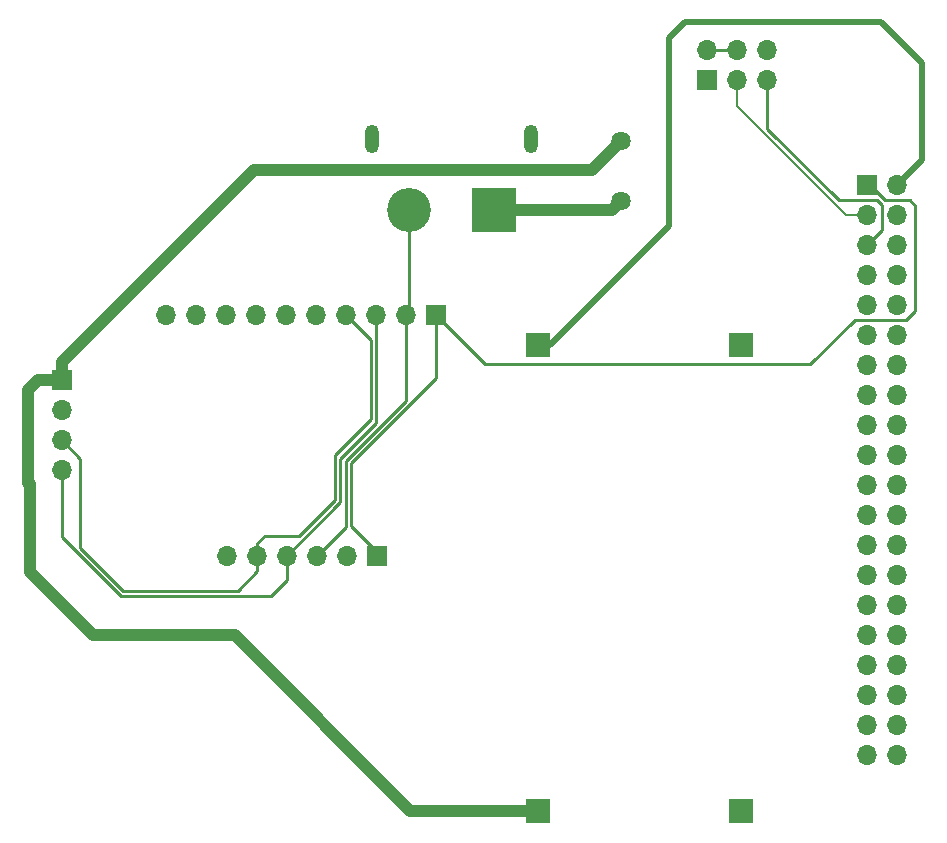
<source format=gbr>
%TF.GenerationSoftware,KiCad,Pcbnew,7.0.2-0*%
%TF.CreationDate,2024-03-04T15:55:28-05:00*%
%TF.ProjectId,Pi_HAT_V5_Simple,50695f48-4154-45f5-9635-5f53696d706c,rev?*%
%TF.SameCoordinates,Original*%
%TF.FileFunction,Copper,L1,Top*%
%TF.FilePolarity,Positive*%
%FSLAX46Y46*%
G04 Gerber Fmt 4.6, Leading zero omitted, Abs format (unit mm)*
G04 Created by KiCad (PCBNEW 7.0.2-0) date 2024-03-04 15:55:28*
%MOMM*%
%LPD*%
G01*
G04 APERTURE LIST*
%TA.AperFunction,ComponentPad*%
%ADD10R,2.000000X2.000000*%
%TD*%
%TA.AperFunction,ComponentPad*%
%ADD11R,1.700000X1.700000*%
%TD*%
%TA.AperFunction,ComponentPad*%
%ADD12O,1.700000X1.700000*%
%TD*%
%TA.AperFunction,ComponentPad*%
%ADD13C,1.635000*%
%TD*%
%TA.AperFunction,ComponentPad*%
%ADD14R,3.716000X3.716000*%
%TD*%
%TA.AperFunction,ComponentPad*%
%ADD15C,3.716000*%
%TD*%
%TA.AperFunction,ComponentPad*%
%ADD16O,1.200000X2.400000*%
%TD*%
%TA.AperFunction,Conductor*%
%ADD17C,0.250000*%
%TD*%
%TA.AperFunction,Conductor*%
%ADD18C,0.500000*%
%TD*%
%TA.AperFunction,Conductor*%
%ADD19C,1.000000*%
%TD*%
%TA.AperFunction,Conductor*%
%ADD20C,0.200000*%
%TD*%
G04 APERTURE END LIST*
D10*
%TO.P,U1,1,IN+*%
%TO.N,GND*%
X140309600Y-132410200D03*
%TO.P,U1,2,IN-*%
%TO.N,/12Vout*%
X123143600Y-132422600D03*
%TO.P,U1,3,OUT+*%
%TO.N,GND*%
X140309600Y-92938600D03*
%TO.P,U1,4,OUT-*%
%TO.N,/5V*%
X123139200Y-92938600D03*
%TD*%
D11*
%TO.P,J4,1,Pin_1*%
%TO.N,/3.3V*%
X109500000Y-110800000D03*
D12*
%TO.P,J4,2,Pin_2*%
%TO.N,unconnected-(J4-Pin_2-Pad2)*%
X106960000Y-110800000D03*
%TO.P,J4,3,Pin_3*%
%TO.N,GND*%
X104420000Y-110800000D03*
%TO.P,J4,4,Pin_4*%
%TO.N,/SCL*%
X101880000Y-110800000D03*
%TO.P,J4,5,Pin_5*%
%TO.N,/SDA*%
X99340000Y-110800000D03*
%TO.P,J4,6,Pin_6*%
%TO.N,unconnected-(J4-Pin_6-Pad6)*%
X96800000Y-110800000D03*
%TD*%
D13*
%TO.P,S1,1,1*%
%TO.N,/12Vin*%
X130149600Y-80746600D03*
%TO.P,S1,3,3*%
%TO.N,/12Vout*%
X130149600Y-75666600D03*
%TD*%
D11*
%TO.P,J3,1,Pin_1*%
%TO.N,/3.3V*%
X137475000Y-70525000D03*
D12*
%TO.P,J3,2,Pin_2*%
%TO.N,/5V*%
X137475000Y-67985000D03*
%TO.P,J3,3,Pin_3*%
%TO.N,/SDA*%
X140015000Y-70525000D03*
%TO.P,J3,4,Pin_4*%
%TO.N,/5V*%
X140015000Y-67985000D03*
%TO.P,J3,5,Pin_5*%
%TO.N,/SCL*%
X142555000Y-70525000D03*
%TO.P,J3,6,Pin_6*%
%TO.N,GND*%
X142555000Y-67985000D03*
%TD*%
D11*
%TO.P,J1,1,Pin_1*%
%TO.N,/3.3V*%
X114528400Y-90450000D03*
D12*
%TO.P,J1,2,Pin_2*%
%TO.N,GND*%
X111988400Y-90450000D03*
%TO.P,J1,3,Pin_3*%
%TO.N,/SCL*%
X109448400Y-90450000D03*
%TO.P,J1,4,Pin_4*%
%TO.N,/SDA*%
X106908400Y-90450000D03*
%TO.P,J1,5,Pin_5*%
%TO.N,unconnected-(J1-Pin_5-Pad5)*%
X104368400Y-90450000D03*
%TO.P,J1,6,Pin_6*%
%TO.N,unconnected-(J1-Pin_6-Pad6)*%
X101828400Y-90450000D03*
%TO.P,J1,7,Pin_7*%
%TO.N,unconnected-(J1-Pin_7-Pad7)*%
X99288400Y-90450000D03*
%TO.P,J1,8,Pin_8*%
%TO.N,unconnected-(J1-Pin_8-Pad8)*%
X96748400Y-90450000D03*
%TO.P,J1,9,Pin_9*%
%TO.N,unconnected-(J1-Pin_9-Pad9)*%
X94208400Y-90450000D03*
%TO.P,J1,10,Pin_10*%
%TO.N,unconnected-(J1-Pin_10-Pad10)*%
X91668400Y-90450000D03*
%TD*%
D11*
%TO.P,J2,1,Pin_1*%
%TO.N,/3.3V*%
X151000000Y-79400000D03*
D12*
%TO.P,J2,2,Pin_2*%
%TO.N,/5V*%
X153540000Y-79400000D03*
%TO.P,J2,3,Pin_3*%
%TO.N,/SDA*%
X151000000Y-81940000D03*
%TO.P,J2,4,Pin_4*%
%TO.N,/5V*%
X153540000Y-81940000D03*
%TO.P,J2,5,Pin_5*%
%TO.N,/SCL*%
X151000000Y-84480000D03*
%TO.P,J2,6,Pin_6*%
%TO.N,GND*%
X153540000Y-84480000D03*
%TO.P,J2,7,Pin_7*%
%TO.N,unconnected-(J2-Pin_7-Pad7)*%
X151000000Y-87020000D03*
%TO.P,J2,8,Pin_8*%
%TO.N,unconnected-(J2-Pin_8-Pad8)*%
X153540000Y-87020000D03*
%TO.P,J2,9,Pin_9*%
%TO.N,unconnected-(J2-Pin_9-Pad9)*%
X151000000Y-89560000D03*
%TO.P,J2,10,Pin_10*%
%TO.N,unconnected-(J2-Pin_10-Pad10)*%
X153540000Y-89560000D03*
%TO.P,J2,11,Pin_11*%
%TO.N,unconnected-(J2-Pin_11-Pad11)*%
X151000000Y-92100000D03*
%TO.P,J2,12,Pin_12*%
%TO.N,unconnected-(J2-Pin_12-Pad12)*%
X153540000Y-92100000D03*
%TO.P,J2,13,Pin_13*%
%TO.N,unconnected-(J2-Pin_13-Pad13)*%
X151000000Y-94640000D03*
%TO.P,J2,14,Pin_14*%
%TO.N,unconnected-(J2-Pin_14-Pad14)*%
X153540000Y-94640000D03*
%TO.P,J2,15,Pin_15*%
%TO.N,unconnected-(J2-Pin_15-Pad15)*%
X151000000Y-97180000D03*
%TO.P,J2,16,Pin_16*%
%TO.N,unconnected-(J2-Pin_16-Pad16)*%
X153540000Y-97180000D03*
%TO.P,J2,17,Pin_17*%
%TO.N,unconnected-(J2-Pin_17-Pad17)*%
X151000000Y-99720000D03*
%TO.P,J2,18,Pin_18*%
%TO.N,unconnected-(J2-Pin_18-Pad18)*%
X153540000Y-99720000D03*
%TO.P,J2,19,Pin_19*%
%TO.N,unconnected-(J2-Pin_19-Pad19)*%
X151000000Y-102260000D03*
%TO.P,J2,20,Pin_20*%
%TO.N,unconnected-(J2-Pin_20-Pad20)*%
X153540000Y-102260000D03*
%TO.P,J2,21,Pin_21*%
%TO.N,unconnected-(J2-Pin_21-Pad21)*%
X151000000Y-104800000D03*
%TO.P,J2,22,Pin_22*%
%TO.N,unconnected-(J2-Pin_22-Pad22)*%
X153540000Y-104800000D03*
%TO.P,J2,23,Pin_23*%
%TO.N,unconnected-(J2-Pin_23-Pad23)*%
X151000000Y-107340000D03*
%TO.P,J2,24,Pin_24*%
%TO.N,unconnected-(J2-Pin_24-Pad24)*%
X153540000Y-107340000D03*
%TO.P,J2,25,Pin_25*%
%TO.N,unconnected-(J2-Pin_25-Pad25)*%
X151000000Y-109880000D03*
%TO.P,J2,26,Pin_26*%
%TO.N,unconnected-(J2-Pin_26-Pad26)*%
X153540000Y-109880000D03*
%TO.P,J2,27,Pin_27*%
%TO.N,unconnected-(J2-Pin_27-Pad27)*%
X151000000Y-112420000D03*
%TO.P,J2,28,Pin_28*%
%TO.N,unconnected-(J2-Pin_28-Pad28)*%
X153540000Y-112420000D03*
%TO.P,J2,29,Pin_29*%
%TO.N,unconnected-(J2-Pin_29-Pad29)*%
X151000000Y-114960000D03*
%TO.P,J2,30,Pin_30*%
%TO.N,unconnected-(J2-Pin_30-Pad30)*%
X153540000Y-114960000D03*
%TO.P,J2,31,Pin_31*%
%TO.N,unconnected-(J2-Pin_31-Pad31)*%
X151000000Y-117500000D03*
%TO.P,J2,32,Pin_32*%
%TO.N,unconnected-(J2-Pin_32-Pad32)*%
X153540000Y-117500000D03*
%TO.P,J2,33,Pin_33*%
%TO.N,unconnected-(J2-Pin_33-Pad33)*%
X151000000Y-120040000D03*
%TO.P,J2,34,Pin_34*%
%TO.N,unconnected-(J2-Pin_34-Pad34)*%
X153540000Y-120040000D03*
%TO.P,J2,35,Pin_35*%
%TO.N,unconnected-(J2-Pin_35-Pad35)*%
X151000000Y-122580000D03*
%TO.P,J2,36,Pin_36*%
%TO.N,unconnected-(J2-Pin_36-Pad36)*%
X153540000Y-122580000D03*
%TO.P,J2,37,Pin_37*%
%TO.N,unconnected-(J2-Pin_37-Pad37)*%
X151000000Y-125120000D03*
%TO.P,J2,38,Pin_38*%
%TO.N,unconnected-(J2-Pin_38-Pad38)*%
X153540000Y-125120000D03*
%TO.P,J2,39,Pin_39*%
%TO.N,unconnected-(J2-Pin_39-Pad39)*%
X151000000Y-127660000D03*
%TO.P,J2,40,Pin_40*%
%TO.N,unconnected-(J2-Pin_40-Pad40)*%
X153540000Y-127660000D03*
%TD*%
D14*
%TO.P,J5,1,+*%
%TO.N,/12Vin*%
X119398600Y-81489200D03*
D15*
%TO.P,J5,2,-*%
%TO.N,GND*%
X112198600Y-81489200D03*
D16*
%TO.P,J5,S1*%
%TO.N,N/C*%
X122548600Y-75489200D03*
%TO.P,J5,S2*%
X109048600Y-75489200D03*
%TD*%
D11*
%TO.P,J7,1,Pin_1*%
%TO.N,/12Vout*%
X82829400Y-95935800D03*
D12*
%TO.P,J7,2,Pin_2*%
%TO.N,GND*%
X82829400Y-98475800D03*
%TO.P,J7,3,Pin_3*%
%TO.N,/SDA*%
X82829400Y-101015800D03*
%TO.P,J7,4,Pin_4*%
%TO.N,/SCL*%
X82829400Y-103555800D03*
%TD*%
D17*
%TO.N,/3.3V*%
X114528400Y-90450000D02*
X118678400Y-94600000D01*
X154300000Y-90850000D02*
X155050000Y-90100000D01*
X118678400Y-94600000D02*
X146200000Y-94600000D01*
X146200000Y-94600000D02*
X149950000Y-90850000D01*
X149950000Y-90850000D02*
X154300000Y-90850000D01*
X155050000Y-90100000D02*
X155050000Y-81150000D01*
X155050000Y-81150000D02*
X154600000Y-80700000D01*
X154600000Y-80700000D02*
X152507196Y-80700000D01*
X152507196Y-80700000D02*
X151207196Y-79400000D01*
X151207196Y-79400000D02*
X151000000Y-79400000D01*
D18*
%TO.N,/5V*%
X152200000Y-65650000D02*
X155650000Y-69100000D01*
X135550000Y-65650000D02*
X152200000Y-65650000D01*
X155650000Y-69100000D02*
X155650000Y-77290000D01*
X124161400Y-92938600D02*
X134250000Y-82850000D01*
X123139200Y-92938600D02*
X124161400Y-92938600D01*
X134250000Y-82850000D02*
X134250000Y-66950000D01*
X134250000Y-66950000D02*
X135550000Y-65650000D01*
X155650000Y-77290000D02*
X153540000Y-79400000D01*
D19*
%TO.N,/12Vout*%
X82829400Y-95935800D02*
X80814200Y-95935800D01*
X80814200Y-95935800D02*
X80000000Y-96750000D01*
X80000000Y-96750000D02*
X80000000Y-104650000D01*
X80000000Y-104650000D02*
X80100000Y-104750000D01*
X80100000Y-104750000D02*
X80100000Y-112150000D01*
X80100000Y-112150000D02*
X85500000Y-117550000D01*
X112322600Y-132422600D02*
X123143600Y-132422600D01*
X85500000Y-117550000D02*
X97450000Y-117550000D01*
X97450000Y-117550000D02*
X112322600Y-132422600D01*
D17*
%TO.N,/3.3V*%
X109500000Y-110800000D02*
X109500000Y-110500000D01*
X114528400Y-95757996D02*
X114528400Y-90450000D01*
X109500000Y-110500000D02*
X107300000Y-108300000D01*
X107300000Y-108300000D02*
X107300000Y-102986396D01*
X107300000Y-102986396D02*
X114528400Y-95757996D01*
%TO.N,/SDA*%
X82829400Y-101015800D02*
X84400000Y-102586400D01*
X84400000Y-110113604D02*
X88036396Y-113750000D01*
X84400000Y-102586400D02*
X84400000Y-110113604D01*
X88036396Y-113750000D02*
X97700000Y-113750000D01*
X97700000Y-113750000D02*
X99340000Y-112110000D01*
X99340000Y-112110000D02*
X99340000Y-110800000D01*
%TO.N,/SCL*%
X87850000Y-114200000D02*
X100550000Y-114200000D01*
X101880000Y-112870000D02*
X101880000Y-110800000D01*
X82829400Y-103555800D02*
X82829400Y-109179400D01*
X82829400Y-109179400D02*
X87850000Y-114200000D01*
X100550000Y-114200000D02*
X101880000Y-112870000D01*
%TO.N,/SDA*%
X106908400Y-90450000D02*
X108998400Y-92540000D01*
X100000000Y-109100000D02*
X99340000Y-109760000D01*
X108998400Y-92540000D02*
X108998400Y-99251600D01*
X108998400Y-99251600D02*
X105950000Y-102300000D01*
X105950000Y-102300000D02*
X105950000Y-106093604D01*
X105950000Y-106093604D02*
X102943604Y-109100000D01*
X102943604Y-109100000D02*
X100000000Y-109100000D01*
X99340000Y-109760000D02*
X99340000Y-110800000D01*
%TO.N,/SCL*%
X101880000Y-110800000D02*
X106400000Y-106280000D01*
X106400000Y-106280000D02*
X106400000Y-102613604D01*
X106400000Y-102613604D02*
X109448400Y-99565204D01*
X109448400Y-99565204D02*
X109448400Y-90450000D01*
%TO.N,GND*%
X104420000Y-110800000D02*
X106850000Y-108370000D01*
X106850000Y-108370000D02*
X106850000Y-102800000D01*
X106850000Y-102800000D02*
X111988400Y-97661600D01*
X111988400Y-97661600D02*
X111988400Y-90450000D01*
X112198600Y-81489200D02*
X112198600Y-90239800D01*
X112198600Y-90239800D02*
X111988400Y-90450000D01*
D19*
%TO.N,/12Vin*%
X129407000Y-81489200D02*
X130149600Y-80746600D01*
X119398600Y-81489200D02*
X129407000Y-81489200D01*
D17*
%TO.N,/5V*%
X137475000Y-67985000D02*
X140015000Y-67985000D01*
%TO.N,/SCL*%
X152273000Y-83207000D02*
X152273000Y-81102200D01*
X151000000Y-84480000D02*
X152273000Y-83207000D01*
X152273000Y-81102200D02*
X151866600Y-80695800D01*
X151866600Y-80695800D02*
X148596840Y-80695800D01*
X142555000Y-74653960D02*
X142555000Y-70525000D01*
X148596840Y-80695800D02*
X142555000Y-74653960D01*
D20*
%TO.N,/SDA*%
X140015000Y-70525000D02*
X140015000Y-72715000D01*
X140015000Y-72715000D02*
X149240000Y-81940000D01*
X149240000Y-81940000D02*
X151000000Y-81940000D01*
D19*
%TO.N,/12Vout*%
X127685800Y-78130400D02*
X99085400Y-78130400D01*
X130149600Y-75666600D02*
X127685800Y-78130400D01*
X99085400Y-78130400D02*
X82829400Y-94386400D01*
X82829400Y-94386400D02*
X82829400Y-95935800D01*
%TD*%
M02*

</source>
